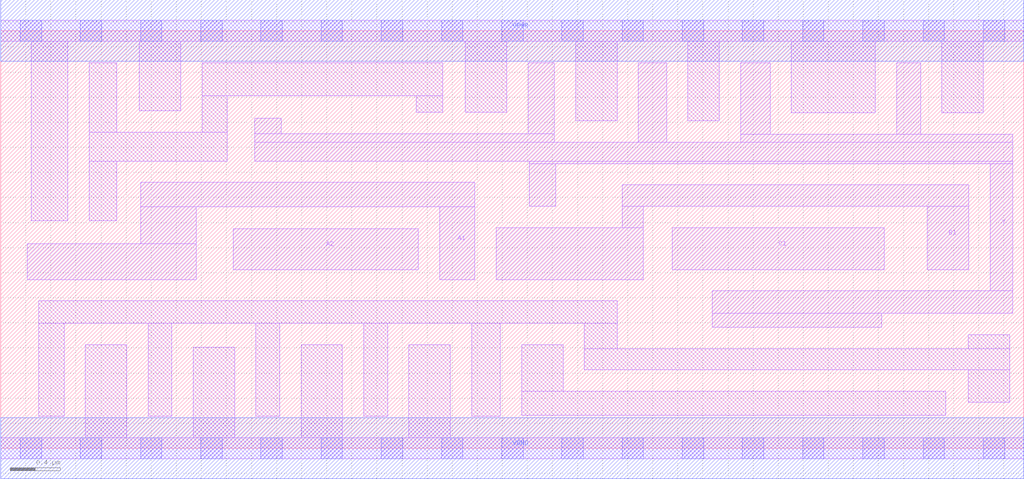
<source format=lef>
# Copyright 2020 The SkyWater PDK Authors
#
# Licensed under the Apache License, Version 2.0 (the "License");
# you may not use this file except in compliance with the License.
# You may obtain a copy of the License at
#
#     https://www.apache.org/licenses/LICENSE-2.0
#
# Unless required by applicable law or agreed to in writing, software
# distributed under the License is distributed on an "AS IS" BASIS,
# WITHOUT WARRANTIES OR CONDITIONS OF ANY KIND, either express or implied.
# See the License for the specific language governing permissions and
# limitations under the License.
#
# SPDX-License-Identifier: Apache-2.0

VERSION 5.7 ;
  NAMESCASESENSITIVE ON ;
  NOWIREEXTENSIONATPIN ON ;
  DIVIDERCHAR "/" ;
  BUSBITCHARS "[]" ;
UNITS
  DATABASE MICRONS 200 ;
END UNITS
MACRO sky130_fd_sc_lp__o211ai_4
  CLASS CORE ;
  FOREIGN sky130_fd_sc_lp__o211ai_4 ;
  ORIGIN  0.000000  0.000000 ;
  SIZE  8.160000 BY  3.330000 ;
  SYMMETRY X Y R90 ;
  SITE unit ;
  PIN A1
    ANTENNAGATEAREA  1.260000 ;
    DIRECTION INPUT ;
    USE SIGNAL ;
    PORT
      LAYER li1 ;
        RECT 0.210000 1.345000 1.560000 1.630000 ;
        RECT 1.115000 1.630000 1.560000 1.925000 ;
        RECT 1.115000 1.925000 3.780000 2.120000 ;
        RECT 3.500000 1.345000 3.780000 1.925000 ;
    END
  END A1
  PIN A2
    ANTENNAGATEAREA  1.260000 ;
    DIRECTION INPUT ;
    USE SIGNAL ;
    PORT
      LAYER li1 ;
        RECT 1.855000 1.425000 3.330000 1.750000 ;
    END
  END A2
  PIN B1
    ANTENNAGATEAREA  1.260000 ;
    DIRECTION INPUT ;
    USE SIGNAL ;
    PORT
      LAYER li1 ;
        RECT 3.950000 1.345000 5.125000 1.760000 ;
        RECT 4.955000 1.760000 5.125000 1.930000 ;
        RECT 4.955000 1.930000 7.720000 2.100000 ;
        RECT 7.390000 1.425000 7.720000 1.930000 ;
    END
  END B1
  PIN C1
    ANTENNAGATEAREA  1.260000 ;
    DIRECTION INPUT ;
    USE SIGNAL ;
    PORT
      LAYER li1 ;
        RECT 5.355000 1.425000 7.045000 1.760000 ;
    END
  END C1
  PIN Y
    ANTENNADIFFAREA  2.587200 ;
    DIRECTION OUTPUT ;
    USE SIGNAL ;
    PORT
      LAYER li1 ;
        RECT 2.025000 2.290000 8.070000 2.440000 ;
        RECT 2.025000 2.440000 4.415000 2.510000 ;
        RECT 2.025000 2.510000 2.235000 2.630000 ;
        RECT 4.205000 2.510000 4.415000 3.075000 ;
        RECT 4.215000 1.930000 4.425000 2.270000 ;
        RECT 4.215000 2.270000 8.070000 2.290000 ;
        RECT 5.085000 2.440000 5.310000 3.075000 ;
        RECT 5.675000 0.965000 7.025000 1.075000 ;
        RECT 5.675000 1.075000 8.070000 1.255000 ;
        RECT 5.900000 2.440000 8.070000 2.505000 ;
        RECT 5.900000 2.505000 6.135000 3.075000 ;
        RECT 7.145000 2.505000 7.335000 3.075000 ;
        RECT 7.890000 1.255000 8.070000 2.270000 ;
    END
  END Y
  PIN VGND
    DIRECTION INOUT ;
    USE GROUND ;
    PORT
      LAYER met1 ;
        RECT 0.000000 -0.245000 8.160000 0.245000 ;
    END
  END VGND
  PIN VPWR
    DIRECTION INOUT ;
    USE POWER ;
    PORT
      LAYER met1 ;
        RECT 0.000000 3.085000 8.160000 3.575000 ;
    END
  END VPWR
  OBS
    LAYER li1 ;
      RECT 0.000000 -0.085000 8.160000 0.085000 ;
      RECT 0.000000  3.245000 8.160000 3.415000 ;
      RECT 0.245000  1.815000 0.535000 3.245000 ;
      RECT 0.305000  0.255000 0.505000 0.995000 ;
      RECT 0.305000  0.995000 4.915000 1.175000 ;
      RECT 0.675000  0.085000 1.005000 0.825000 ;
      RECT 0.705000  1.815000 0.925000 2.290000 ;
      RECT 0.705000  2.290000 1.805000 2.520000 ;
      RECT 0.705000  2.520000 0.925000 3.075000 ;
      RECT 1.105000  2.690000 1.435000 3.245000 ;
      RECT 1.175000  0.255000 1.365000 0.995000 ;
      RECT 1.535000  0.085000 1.865000 0.805000 ;
      RECT 1.605000  2.520000 1.805000 2.810000 ;
      RECT 1.605000  2.810000 3.525000 3.075000 ;
      RECT 2.035000  0.255000 2.225000 0.995000 ;
      RECT 2.395000  0.085000 2.725000 0.825000 ;
      RECT 2.895000  0.255000 3.085000 0.995000 ;
      RECT 3.255000  0.085000 3.585000 0.825000 ;
      RECT 3.315000  2.680000 3.525000 2.810000 ;
      RECT 3.705000  2.680000 4.035000 3.245000 ;
      RECT 3.755000  0.255000 3.985000 0.995000 ;
      RECT 4.155000  0.265000 7.535000 0.455000 ;
      RECT 4.155000  0.455000 4.485000 0.825000 ;
      RECT 4.585000  2.610000 4.915000 3.245000 ;
      RECT 4.655000  0.625000 8.045000 0.795000 ;
      RECT 4.655000  0.795000 4.915000 0.995000 ;
      RECT 5.480000  2.610000 5.730000 3.245000 ;
      RECT 6.305000  2.675000 6.975000 3.245000 ;
      RECT 7.505000  2.675000 7.835000 3.245000 ;
      RECT 7.715000  0.365000 8.045000 0.625000 ;
      RECT 7.715000  0.795000 8.045000 0.905000 ;
    LAYER mcon ;
      RECT 0.155000 -0.085000 0.325000 0.085000 ;
      RECT 0.155000  3.245000 0.325000 3.415000 ;
      RECT 0.635000 -0.085000 0.805000 0.085000 ;
      RECT 0.635000  3.245000 0.805000 3.415000 ;
      RECT 1.115000 -0.085000 1.285000 0.085000 ;
      RECT 1.115000  3.245000 1.285000 3.415000 ;
      RECT 1.595000 -0.085000 1.765000 0.085000 ;
      RECT 1.595000  3.245000 1.765000 3.415000 ;
      RECT 2.075000 -0.085000 2.245000 0.085000 ;
      RECT 2.075000  3.245000 2.245000 3.415000 ;
      RECT 2.555000 -0.085000 2.725000 0.085000 ;
      RECT 2.555000  3.245000 2.725000 3.415000 ;
      RECT 3.035000 -0.085000 3.205000 0.085000 ;
      RECT 3.035000  3.245000 3.205000 3.415000 ;
      RECT 3.515000 -0.085000 3.685000 0.085000 ;
      RECT 3.515000  3.245000 3.685000 3.415000 ;
      RECT 3.995000 -0.085000 4.165000 0.085000 ;
      RECT 3.995000  3.245000 4.165000 3.415000 ;
      RECT 4.475000 -0.085000 4.645000 0.085000 ;
      RECT 4.475000  3.245000 4.645000 3.415000 ;
      RECT 4.955000 -0.085000 5.125000 0.085000 ;
      RECT 4.955000  3.245000 5.125000 3.415000 ;
      RECT 5.435000 -0.085000 5.605000 0.085000 ;
      RECT 5.435000  3.245000 5.605000 3.415000 ;
      RECT 5.915000 -0.085000 6.085000 0.085000 ;
      RECT 5.915000  3.245000 6.085000 3.415000 ;
      RECT 6.395000 -0.085000 6.565000 0.085000 ;
      RECT 6.395000  3.245000 6.565000 3.415000 ;
      RECT 6.875000 -0.085000 7.045000 0.085000 ;
      RECT 6.875000  3.245000 7.045000 3.415000 ;
      RECT 7.355000 -0.085000 7.525000 0.085000 ;
      RECT 7.355000  3.245000 7.525000 3.415000 ;
      RECT 7.835000 -0.085000 8.005000 0.085000 ;
      RECT 7.835000  3.245000 8.005000 3.415000 ;
  END
END sky130_fd_sc_lp__o211ai_4
END LIBRARY

</source>
